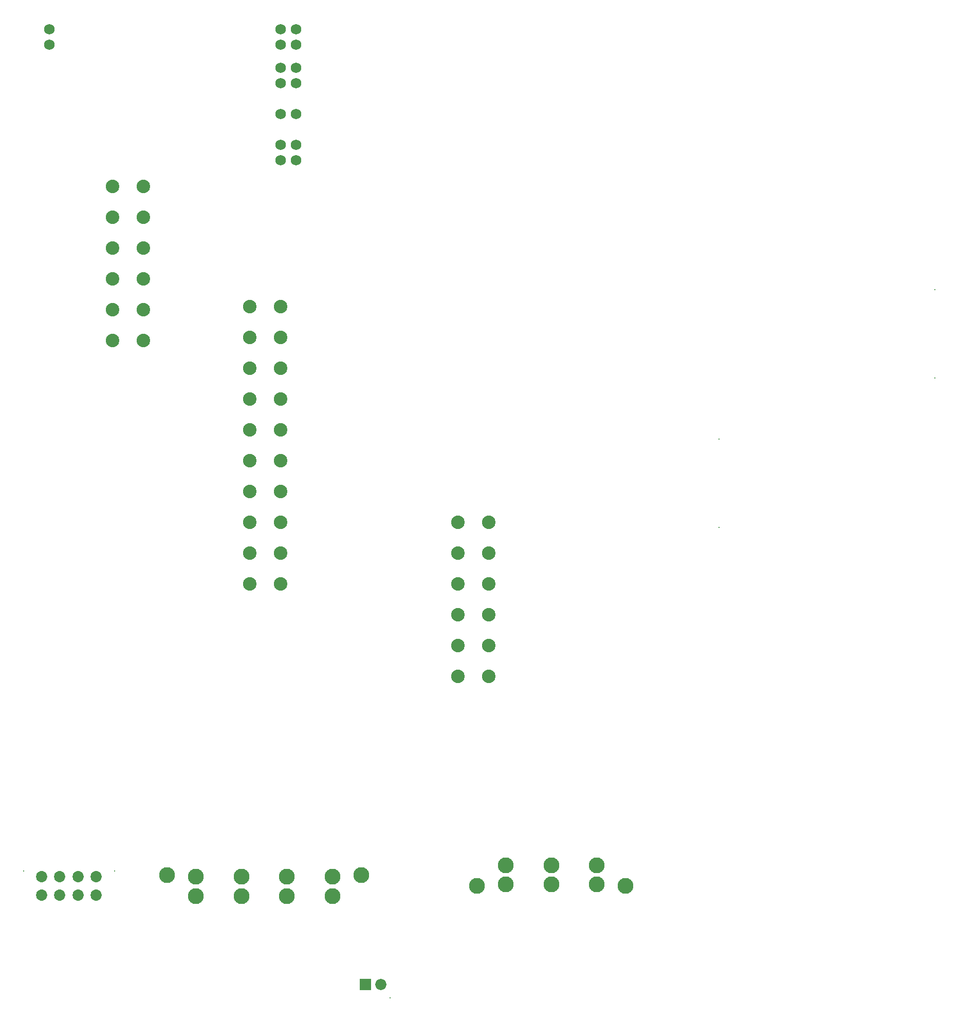
<source format=gbs>
G04 Layer_Color=16711935*
%FSLAX24Y24*%
%MOIN*%
G70*
G01*
G75*
%ADD28C,0.0680*%
%ADD29C,0.0879*%
%ADD30C,0.1030*%
%ADD31C,0.0080*%
%ADD32C,0.0724*%
%ADD33R,0.0724X0.0724*%
%ADD34C,0.0730*%
D28*
X7000Y73500D02*
D03*
Y72500D02*
D03*
X23000Y65000D02*
D03*
X22000D02*
D03*
X23000Y66000D02*
D03*
X22000D02*
D03*
X23000Y70000D02*
D03*
X22000D02*
D03*
X23000Y71000D02*
D03*
X22000D02*
D03*
X23000Y72500D02*
D03*
X22000D02*
D03*
X23000Y73500D02*
D03*
X22000D02*
D03*
X23000Y68000D02*
D03*
X22000D02*
D03*
D29*
X20000Y53500D02*
D03*
Y51500D02*
D03*
X35500Y41500D02*
D03*
Y39500D02*
D03*
Y37500D02*
D03*
Y35500D02*
D03*
Y33500D02*
D03*
Y31500D02*
D03*
X33500D02*
D03*
Y33500D02*
D03*
Y35500D02*
D03*
Y37500D02*
D03*
Y39500D02*
D03*
Y41500D02*
D03*
X20000Y43500D02*
D03*
Y41500D02*
D03*
Y39500D02*
D03*
X22000D02*
D03*
Y41500D02*
D03*
Y43500D02*
D03*
Y37500D02*
D03*
X20000D02*
D03*
X22000Y55500D02*
D03*
Y53500D02*
D03*
Y51500D02*
D03*
Y49500D02*
D03*
Y47500D02*
D03*
Y45500D02*
D03*
X20000D02*
D03*
Y47500D02*
D03*
Y49500D02*
D03*
Y55500D02*
D03*
X13100Y63300D02*
D03*
Y61300D02*
D03*
Y59300D02*
D03*
Y57300D02*
D03*
Y55300D02*
D03*
Y53300D02*
D03*
X11100D02*
D03*
Y55300D02*
D03*
Y57300D02*
D03*
Y59300D02*
D03*
Y61300D02*
D03*
Y63300D02*
D03*
D30*
X14630Y18600D02*
D03*
X27220D02*
D03*
X25350Y17250D02*
D03*
X22400D02*
D03*
X19450D02*
D03*
X16500D02*
D03*
Y18500D02*
D03*
X19450D02*
D03*
X22400D02*
D03*
X25350D02*
D03*
X34730Y17900D02*
D03*
X44370D02*
D03*
X42500Y19250D02*
D03*
X39550D02*
D03*
X36600D02*
D03*
Y18000D02*
D03*
X39550D02*
D03*
X42500D02*
D03*
D31*
X29114Y10634D02*
D03*
X11220Y18870D02*
D03*
X5320D02*
D03*
X64432Y56618D02*
D03*
Y50878D02*
D03*
X50432Y41178D02*
D03*
Y46918D02*
D03*
D32*
X28484Y11500D02*
D03*
D33*
X27500D02*
D03*
D34*
X8860Y18500D02*
D03*
Y17320D02*
D03*
X10040D02*
D03*
X7680D02*
D03*
X6500D02*
D03*
X10040Y18500D02*
D03*
X7680D02*
D03*
X6500Y18500D02*
D03*
M02*

</source>
